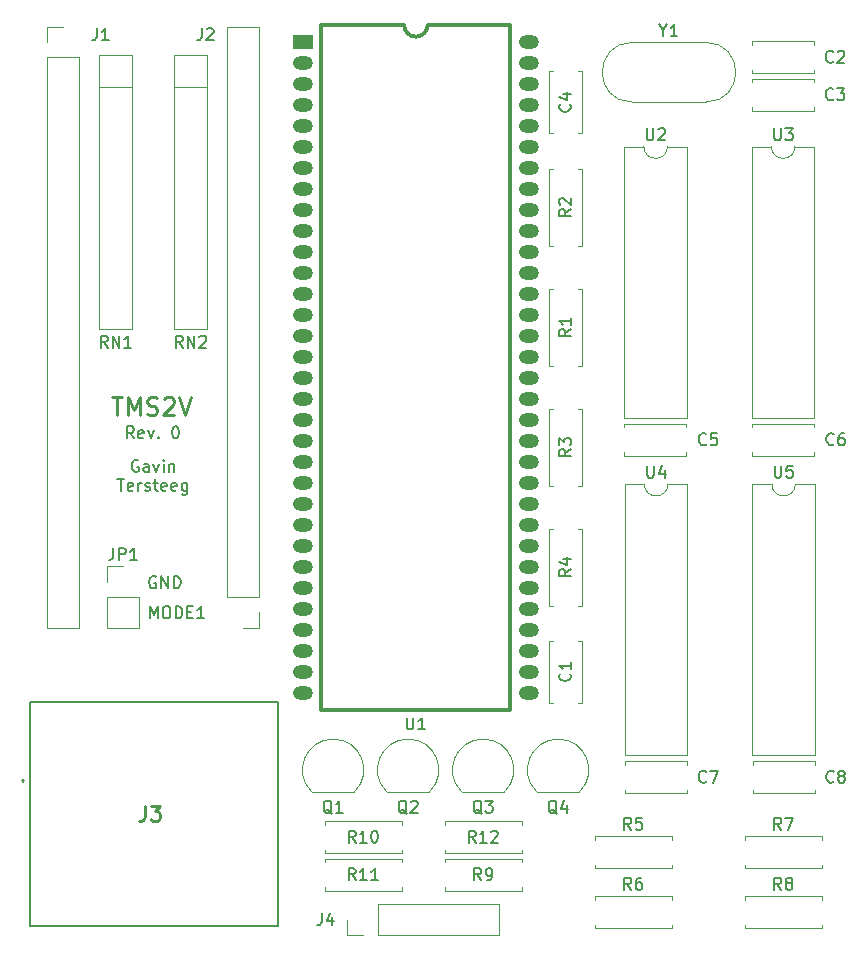
<source format=gbr>
%TF.GenerationSoftware,KiCad,Pcbnew,7.0.7*%
%TF.CreationDate,2024-08-07T00:19:30-05:00*%
%TF.ProjectId,TMS2V,544d5332-562e-46b6-9963-61645f706362,rev?*%
%TF.SameCoordinates,Original*%
%TF.FileFunction,Legend,Top*%
%TF.FilePolarity,Positive*%
%FSLAX46Y46*%
G04 Gerber Fmt 4.6, Leading zero omitted, Abs format (unit mm)*
G04 Created by KiCad (PCBNEW 7.0.7) date 2024-08-07 00:19:30*
%MOMM*%
%LPD*%
G01*
G04 APERTURE LIST*
%ADD10C,0.150000*%
%ADD11C,0.250000*%
%ADD12C,0.254000*%
%ADD13C,0.300000*%
%ADD14C,0.120000*%
%ADD15C,0.200000*%
%ADD16R,1.700000X1.200000*%
%ADD17O,1.700000X1.200000*%
G04 APERTURE END LIST*
D10*
X130400588Y-120837438D02*
X130305350Y-120789819D01*
X130305350Y-120789819D02*
X130162493Y-120789819D01*
X130162493Y-120789819D02*
X130019636Y-120837438D01*
X130019636Y-120837438D02*
X129924398Y-120932676D01*
X129924398Y-120932676D02*
X129876779Y-121027914D01*
X129876779Y-121027914D02*
X129829160Y-121218390D01*
X129829160Y-121218390D02*
X129829160Y-121361247D01*
X129829160Y-121361247D02*
X129876779Y-121551723D01*
X129876779Y-121551723D02*
X129924398Y-121646961D01*
X129924398Y-121646961D02*
X130019636Y-121742200D01*
X130019636Y-121742200D02*
X130162493Y-121789819D01*
X130162493Y-121789819D02*
X130257731Y-121789819D01*
X130257731Y-121789819D02*
X130400588Y-121742200D01*
X130400588Y-121742200D02*
X130448207Y-121694580D01*
X130448207Y-121694580D02*
X130448207Y-121361247D01*
X130448207Y-121361247D02*
X130257731Y-121361247D01*
X130876779Y-121789819D02*
X130876779Y-120789819D01*
X130876779Y-120789819D02*
X131448207Y-121789819D01*
X131448207Y-121789819D02*
X131448207Y-120789819D01*
X131924398Y-121789819D02*
X131924398Y-120789819D01*
X131924398Y-120789819D02*
X132162493Y-120789819D01*
X132162493Y-120789819D02*
X132305350Y-120837438D01*
X132305350Y-120837438D02*
X132400588Y-120932676D01*
X132400588Y-120932676D02*
X132448207Y-121027914D01*
X132448207Y-121027914D02*
X132495826Y-121218390D01*
X132495826Y-121218390D02*
X132495826Y-121361247D01*
X132495826Y-121361247D02*
X132448207Y-121551723D01*
X132448207Y-121551723D02*
X132400588Y-121646961D01*
X132400588Y-121646961D02*
X132305350Y-121742200D01*
X132305350Y-121742200D02*
X132162493Y-121789819D01*
X132162493Y-121789819D02*
X131924398Y-121789819D01*
X129876779Y-124329819D02*
X129876779Y-123329819D01*
X129876779Y-123329819D02*
X130210112Y-124044104D01*
X130210112Y-124044104D02*
X130543445Y-123329819D01*
X130543445Y-123329819D02*
X130543445Y-124329819D01*
X131210112Y-123329819D02*
X131400588Y-123329819D01*
X131400588Y-123329819D02*
X131495826Y-123377438D01*
X131495826Y-123377438D02*
X131591064Y-123472676D01*
X131591064Y-123472676D02*
X131638683Y-123663152D01*
X131638683Y-123663152D02*
X131638683Y-123996485D01*
X131638683Y-123996485D02*
X131591064Y-124186961D01*
X131591064Y-124186961D02*
X131495826Y-124282200D01*
X131495826Y-124282200D02*
X131400588Y-124329819D01*
X131400588Y-124329819D02*
X131210112Y-124329819D01*
X131210112Y-124329819D02*
X131114874Y-124282200D01*
X131114874Y-124282200D02*
X131019636Y-124186961D01*
X131019636Y-124186961D02*
X130972017Y-123996485D01*
X130972017Y-123996485D02*
X130972017Y-123663152D01*
X130972017Y-123663152D02*
X131019636Y-123472676D01*
X131019636Y-123472676D02*
X131114874Y-123377438D01*
X131114874Y-123377438D02*
X131210112Y-123329819D01*
X132067255Y-124329819D02*
X132067255Y-123329819D01*
X132067255Y-123329819D02*
X132305350Y-123329819D01*
X132305350Y-123329819D02*
X132448207Y-123377438D01*
X132448207Y-123377438D02*
X132543445Y-123472676D01*
X132543445Y-123472676D02*
X132591064Y-123567914D01*
X132591064Y-123567914D02*
X132638683Y-123758390D01*
X132638683Y-123758390D02*
X132638683Y-123901247D01*
X132638683Y-123901247D02*
X132591064Y-124091723D01*
X132591064Y-124091723D02*
X132543445Y-124186961D01*
X132543445Y-124186961D02*
X132448207Y-124282200D01*
X132448207Y-124282200D02*
X132305350Y-124329819D01*
X132305350Y-124329819D02*
X132067255Y-124329819D01*
X133067255Y-123806009D02*
X133400588Y-123806009D01*
X133543445Y-124329819D02*
X133067255Y-124329819D01*
X133067255Y-124329819D02*
X133067255Y-123329819D01*
X133067255Y-123329819D02*
X133543445Y-123329819D01*
X134495826Y-124329819D02*
X133924398Y-124329819D01*
X134210112Y-124329819D02*
X134210112Y-123329819D01*
X134210112Y-123329819D02*
X134114874Y-123472676D01*
X134114874Y-123472676D02*
X134019636Y-123567914D01*
X134019636Y-123567914D02*
X133924398Y-123615533D01*
X128913095Y-110972438D02*
X128817857Y-110924819D01*
X128817857Y-110924819D02*
X128675000Y-110924819D01*
X128675000Y-110924819D02*
X128532143Y-110972438D01*
X128532143Y-110972438D02*
X128436905Y-111067676D01*
X128436905Y-111067676D02*
X128389286Y-111162914D01*
X128389286Y-111162914D02*
X128341667Y-111353390D01*
X128341667Y-111353390D02*
X128341667Y-111496247D01*
X128341667Y-111496247D02*
X128389286Y-111686723D01*
X128389286Y-111686723D02*
X128436905Y-111781961D01*
X128436905Y-111781961D02*
X128532143Y-111877200D01*
X128532143Y-111877200D02*
X128675000Y-111924819D01*
X128675000Y-111924819D02*
X128770238Y-111924819D01*
X128770238Y-111924819D02*
X128913095Y-111877200D01*
X128913095Y-111877200D02*
X128960714Y-111829580D01*
X128960714Y-111829580D02*
X128960714Y-111496247D01*
X128960714Y-111496247D02*
X128770238Y-111496247D01*
X129817857Y-111924819D02*
X129817857Y-111401009D01*
X129817857Y-111401009D02*
X129770238Y-111305771D01*
X129770238Y-111305771D02*
X129675000Y-111258152D01*
X129675000Y-111258152D02*
X129484524Y-111258152D01*
X129484524Y-111258152D02*
X129389286Y-111305771D01*
X129817857Y-111877200D02*
X129722619Y-111924819D01*
X129722619Y-111924819D02*
X129484524Y-111924819D01*
X129484524Y-111924819D02*
X129389286Y-111877200D01*
X129389286Y-111877200D02*
X129341667Y-111781961D01*
X129341667Y-111781961D02*
X129341667Y-111686723D01*
X129341667Y-111686723D02*
X129389286Y-111591485D01*
X129389286Y-111591485D02*
X129484524Y-111543866D01*
X129484524Y-111543866D02*
X129722619Y-111543866D01*
X129722619Y-111543866D02*
X129817857Y-111496247D01*
X130198810Y-111258152D02*
X130436905Y-111924819D01*
X130436905Y-111924819D02*
X130675000Y-111258152D01*
X131055953Y-111924819D02*
X131055953Y-111258152D01*
X131055953Y-110924819D02*
X131008334Y-110972438D01*
X131008334Y-110972438D02*
X131055953Y-111020057D01*
X131055953Y-111020057D02*
X131103572Y-110972438D01*
X131103572Y-110972438D02*
X131055953Y-110924819D01*
X131055953Y-110924819D02*
X131055953Y-111020057D01*
X131532143Y-111258152D02*
X131532143Y-111924819D01*
X131532143Y-111353390D02*
X131579762Y-111305771D01*
X131579762Y-111305771D02*
X131675000Y-111258152D01*
X131675000Y-111258152D02*
X131817857Y-111258152D01*
X131817857Y-111258152D02*
X131913095Y-111305771D01*
X131913095Y-111305771D02*
X131960714Y-111401009D01*
X131960714Y-111401009D02*
X131960714Y-111924819D01*
X127151190Y-112534819D02*
X127722618Y-112534819D01*
X127436904Y-113534819D02*
X127436904Y-112534819D01*
X128436904Y-113487200D02*
X128341666Y-113534819D01*
X128341666Y-113534819D02*
X128151190Y-113534819D01*
X128151190Y-113534819D02*
X128055952Y-113487200D01*
X128055952Y-113487200D02*
X128008333Y-113391961D01*
X128008333Y-113391961D02*
X128008333Y-113011009D01*
X128008333Y-113011009D02*
X128055952Y-112915771D01*
X128055952Y-112915771D02*
X128151190Y-112868152D01*
X128151190Y-112868152D02*
X128341666Y-112868152D01*
X128341666Y-112868152D02*
X128436904Y-112915771D01*
X128436904Y-112915771D02*
X128484523Y-113011009D01*
X128484523Y-113011009D02*
X128484523Y-113106247D01*
X128484523Y-113106247D02*
X128008333Y-113201485D01*
X128913095Y-113534819D02*
X128913095Y-112868152D01*
X128913095Y-113058628D02*
X128960714Y-112963390D01*
X128960714Y-112963390D02*
X129008333Y-112915771D01*
X129008333Y-112915771D02*
X129103571Y-112868152D01*
X129103571Y-112868152D02*
X129198809Y-112868152D01*
X129484524Y-113487200D02*
X129579762Y-113534819D01*
X129579762Y-113534819D02*
X129770238Y-113534819D01*
X129770238Y-113534819D02*
X129865476Y-113487200D01*
X129865476Y-113487200D02*
X129913095Y-113391961D01*
X129913095Y-113391961D02*
X129913095Y-113344342D01*
X129913095Y-113344342D02*
X129865476Y-113249104D01*
X129865476Y-113249104D02*
X129770238Y-113201485D01*
X129770238Y-113201485D02*
X129627381Y-113201485D01*
X129627381Y-113201485D02*
X129532143Y-113153866D01*
X129532143Y-113153866D02*
X129484524Y-113058628D01*
X129484524Y-113058628D02*
X129484524Y-113011009D01*
X129484524Y-113011009D02*
X129532143Y-112915771D01*
X129532143Y-112915771D02*
X129627381Y-112868152D01*
X129627381Y-112868152D02*
X129770238Y-112868152D01*
X129770238Y-112868152D02*
X129865476Y-112915771D01*
X130198810Y-112868152D02*
X130579762Y-112868152D01*
X130341667Y-112534819D02*
X130341667Y-113391961D01*
X130341667Y-113391961D02*
X130389286Y-113487200D01*
X130389286Y-113487200D02*
X130484524Y-113534819D01*
X130484524Y-113534819D02*
X130579762Y-113534819D01*
X131294048Y-113487200D02*
X131198810Y-113534819D01*
X131198810Y-113534819D02*
X131008334Y-113534819D01*
X131008334Y-113534819D02*
X130913096Y-113487200D01*
X130913096Y-113487200D02*
X130865477Y-113391961D01*
X130865477Y-113391961D02*
X130865477Y-113011009D01*
X130865477Y-113011009D02*
X130913096Y-112915771D01*
X130913096Y-112915771D02*
X131008334Y-112868152D01*
X131008334Y-112868152D02*
X131198810Y-112868152D01*
X131198810Y-112868152D02*
X131294048Y-112915771D01*
X131294048Y-112915771D02*
X131341667Y-113011009D01*
X131341667Y-113011009D02*
X131341667Y-113106247D01*
X131341667Y-113106247D02*
X130865477Y-113201485D01*
X132151191Y-113487200D02*
X132055953Y-113534819D01*
X132055953Y-113534819D02*
X131865477Y-113534819D01*
X131865477Y-113534819D02*
X131770239Y-113487200D01*
X131770239Y-113487200D02*
X131722620Y-113391961D01*
X131722620Y-113391961D02*
X131722620Y-113011009D01*
X131722620Y-113011009D02*
X131770239Y-112915771D01*
X131770239Y-112915771D02*
X131865477Y-112868152D01*
X131865477Y-112868152D02*
X132055953Y-112868152D01*
X132055953Y-112868152D02*
X132151191Y-112915771D01*
X132151191Y-112915771D02*
X132198810Y-113011009D01*
X132198810Y-113011009D02*
X132198810Y-113106247D01*
X132198810Y-113106247D02*
X131722620Y-113201485D01*
X133055953Y-112868152D02*
X133055953Y-113677676D01*
X133055953Y-113677676D02*
X133008334Y-113772914D01*
X133008334Y-113772914D02*
X132960715Y-113820533D01*
X132960715Y-113820533D02*
X132865477Y-113868152D01*
X132865477Y-113868152D02*
X132722620Y-113868152D01*
X132722620Y-113868152D02*
X132627382Y-113820533D01*
X133055953Y-113487200D02*
X132960715Y-113534819D01*
X132960715Y-113534819D02*
X132770239Y-113534819D01*
X132770239Y-113534819D02*
X132675001Y-113487200D01*
X132675001Y-113487200D02*
X132627382Y-113439580D01*
X132627382Y-113439580D02*
X132579763Y-113344342D01*
X132579763Y-113344342D02*
X132579763Y-113058628D01*
X132579763Y-113058628D02*
X132627382Y-112963390D01*
X132627382Y-112963390D02*
X132675001Y-112915771D01*
X132675001Y-112915771D02*
X132770239Y-112868152D01*
X132770239Y-112868152D02*
X132960715Y-112868152D01*
X132960715Y-112868152D02*
X133055953Y-112915771D01*
X128543207Y-109089819D02*
X128209874Y-108613628D01*
X127971779Y-109089819D02*
X127971779Y-108089819D01*
X127971779Y-108089819D02*
X128352731Y-108089819D01*
X128352731Y-108089819D02*
X128447969Y-108137438D01*
X128447969Y-108137438D02*
X128495588Y-108185057D01*
X128495588Y-108185057D02*
X128543207Y-108280295D01*
X128543207Y-108280295D02*
X128543207Y-108423152D01*
X128543207Y-108423152D02*
X128495588Y-108518390D01*
X128495588Y-108518390D02*
X128447969Y-108566009D01*
X128447969Y-108566009D02*
X128352731Y-108613628D01*
X128352731Y-108613628D02*
X127971779Y-108613628D01*
X129352731Y-109042200D02*
X129257493Y-109089819D01*
X129257493Y-109089819D02*
X129067017Y-109089819D01*
X129067017Y-109089819D02*
X128971779Y-109042200D01*
X128971779Y-109042200D02*
X128924160Y-108946961D01*
X128924160Y-108946961D02*
X128924160Y-108566009D01*
X128924160Y-108566009D02*
X128971779Y-108470771D01*
X128971779Y-108470771D02*
X129067017Y-108423152D01*
X129067017Y-108423152D02*
X129257493Y-108423152D01*
X129257493Y-108423152D02*
X129352731Y-108470771D01*
X129352731Y-108470771D02*
X129400350Y-108566009D01*
X129400350Y-108566009D02*
X129400350Y-108661247D01*
X129400350Y-108661247D02*
X128924160Y-108756485D01*
X129733684Y-108423152D02*
X129971779Y-109089819D01*
X129971779Y-109089819D02*
X130209874Y-108423152D01*
X130590827Y-108994580D02*
X130638446Y-109042200D01*
X130638446Y-109042200D02*
X130590827Y-109089819D01*
X130590827Y-109089819D02*
X130543208Y-109042200D01*
X130543208Y-109042200D02*
X130590827Y-108994580D01*
X130590827Y-108994580D02*
X130590827Y-109089819D01*
X132019398Y-108089819D02*
X132114636Y-108089819D01*
X132114636Y-108089819D02*
X132209874Y-108137438D01*
X132209874Y-108137438D02*
X132257493Y-108185057D01*
X132257493Y-108185057D02*
X132305112Y-108280295D01*
X132305112Y-108280295D02*
X132352731Y-108470771D01*
X132352731Y-108470771D02*
X132352731Y-108708866D01*
X132352731Y-108708866D02*
X132305112Y-108899342D01*
X132305112Y-108899342D02*
X132257493Y-108994580D01*
X132257493Y-108994580D02*
X132209874Y-109042200D01*
X132209874Y-109042200D02*
X132114636Y-109089819D01*
X132114636Y-109089819D02*
X132019398Y-109089819D01*
X132019398Y-109089819D02*
X131924160Y-109042200D01*
X131924160Y-109042200D02*
X131876541Y-108994580D01*
X131876541Y-108994580D02*
X131828922Y-108899342D01*
X131828922Y-108899342D02*
X131781303Y-108708866D01*
X131781303Y-108708866D02*
X131781303Y-108470771D01*
X131781303Y-108470771D02*
X131828922Y-108280295D01*
X131828922Y-108280295D02*
X131876541Y-108185057D01*
X131876541Y-108185057D02*
X131924160Y-108137438D01*
X131924160Y-108137438D02*
X132019398Y-108089819D01*
D11*
X126672330Y-105618428D02*
X127529473Y-105618428D01*
X127100901Y-107118428D02*
X127100901Y-105618428D01*
X128029472Y-107118428D02*
X128029472Y-105618428D01*
X128029472Y-105618428D02*
X128529472Y-106689857D01*
X128529472Y-106689857D02*
X129029472Y-105618428D01*
X129029472Y-105618428D02*
X129029472Y-107118428D01*
X129672330Y-107047000D02*
X129886616Y-107118428D01*
X129886616Y-107118428D02*
X130243758Y-107118428D01*
X130243758Y-107118428D02*
X130386616Y-107047000D01*
X130386616Y-107047000D02*
X130458044Y-106975571D01*
X130458044Y-106975571D02*
X130529473Y-106832714D01*
X130529473Y-106832714D02*
X130529473Y-106689857D01*
X130529473Y-106689857D02*
X130458044Y-106547000D01*
X130458044Y-106547000D02*
X130386616Y-106475571D01*
X130386616Y-106475571D02*
X130243758Y-106404142D01*
X130243758Y-106404142D02*
X129958044Y-106332714D01*
X129958044Y-106332714D02*
X129815187Y-106261285D01*
X129815187Y-106261285D02*
X129743758Y-106189857D01*
X129743758Y-106189857D02*
X129672330Y-106047000D01*
X129672330Y-106047000D02*
X129672330Y-105904142D01*
X129672330Y-105904142D02*
X129743758Y-105761285D01*
X129743758Y-105761285D02*
X129815187Y-105689857D01*
X129815187Y-105689857D02*
X129958044Y-105618428D01*
X129958044Y-105618428D02*
X130315187Y-105618428D01*
X130315187Y-105618428D02*
X130529473Y-105689857D01*
X131100901Y-105761285D02*
X131172329Y-105689857D01*
X131172329Y-105689857D02*
X131315187Y-105618428D01*
X131315187Y-105618428D02*
X131672329Y-105618428D01*
X131672329Y-105618428D02*
X131815187Y-105689857D01*
X131815187Y-105689857D02*
X131886615Y-105761285D01*
X131886615Y-105761285D02*
X131958044Y-105904142D01*
X131958044Y-105904142D02*
X131958044Y-106047000D01*
X131958044Y-106047000D02*
X131886615Y-106261285D01*
X131886615Y-106261285D02*
X131029472Y-107118428D01*
X131029472Y-107118428D02*
X131958044Y-107118428D01*
X132386615Y-105618428D02*
X132886615Y-107118428D01*
X132886615Y-107118428D02*
X133386615Y-105618428D01*
D10*
X151638095Y-132744819D02*
X151638095Y-133554342D01*
X151638095Y-133554342D02*
X151685714Y-133649580D01*
X151685714Y-133649580D02*
X151733333Y-133697200D01*
X151733333Y-133697200D02*
X151828571Y-133744819D01*
X151828571Y-133744819D02*
X152019047Y-133744819D01*
X152019047Y-133744819D02*
X152114285Y-133697200D01*
X152114285Y-133697200D02*
X152161904Y-133649580D01*
X152161904Y-133649580D02*
X152209523Y-133554342D01*
X152209523Y-133554342D02*
X152209523Y-132744819D01*
X153209523Y-133744819D02*
X152638095Y-133744819D01*
X152923809Y-133744819D02*
X152923809Y-132744819D01*
X152923809Y-132744819D02*
X152828571Y-132887676D01*
X152828571Y-132887676D02*
X152733333Y-132982914D01*
X152733333Y-132982914D02*
X152638095Y-133030533D01*
X176998333Y-138154580D02*
X176950714Y-138202200D01*
X176950714Y-138202200D02*
X176807857Y-138249819D01*
X176807857Y-138249819D02*
X176712619Y-138249819D01*
X176712619Y-138249819D02*
X176569762Y-138202200D01*
X176569762Y-138202200D02*
X176474524Y-138106961D01*
X176474524Y-138106961D02*
X176426905Y-138011723D01*
X176426905Y-138011723D02*
X176379286Y-137821247D01*
X176379286Y-137821247D02*
X176379286Y-137678390D01*
X176379286Y-137678390D02*
X176426905Y-137487914D01*
X176426905Y-137487914D02*
X176474524Y-137392676D01*
X176474524Y-137392676D02*
X176569762Y-137297438D01*
X176569762Y-137297438D02*
X176712619Y-137249819D01*
X176712619Y-137249819D02*
X176807857Y-137249819D01*
X176807857Y-137249819D02*
X176950714Y-137297438D01*
X176950714Y-137297438D02*
X176998333Y-137345057D01*
X177331667Y-137249819D02*
X177998333Y-137249819D01*
X177998333Y-137249819D02*
X177569762Y-138249819D01*
X165459580Y-129031666D02*
X165507200Y-129079285D01*
X165507200Y-129079285D02*
X165554819Y-129222142D01*
X165554819Y-129222142D02*
X165554819Y-129317380D01*
X165554819Y-129317380D02*
X165507200Y-129460237D01*
X165507200Y-129460237D02*
X165411961Y-129555475D01*
X165411961Y-129555475D02*
X165316723Y-129603094D01*
X165316723Y-129603094D02*
X165126247Y-129650713D01*
X165126247Y-129650713D02*
X164983390Y-129650713D01*
X164983390Y-129650713D02*
X164792914Y-129603094D01*
X164792914Y-129603094D02*
X164697676Y-129555475D01*
X164697676Y-129555475D02*
X164602438Y-129460237D01*
X164602438Y-129460237D02*
X164554819Y-129317380D01*
X164554819Y-129317380D02*
X164554819Y-129222142D01*
X164554819Y-129222142D02*
X164602438Y-129079285D01*
X164602438Y-129079285D02*
X164650057Y-129031666D01*
X165554819Y-128079285D02*
X165554819Y-128650713D01*
X165554819Y-128364999D02*
X164554819Y-128364999D01*
X164554819Y-128364999D02*
X164697676Y-128460237D01*
X164697676Y-128460237D02*
X164792914Y-128555475D01*
X164792914Y-128555475D02*
X164840533Y-128650713D01*
X187793333Y-109579580D02*
X187745714Y-109627200D01*
X187745714Y-109627200D02*
X187602857Y-109674819D01*
X187602857Y-109674819D02*
X187507619Y-109674819D01*
X187507619Y-109674819D02*
X187364762Y-109627200D01*
X187364762Y-109627200D02*
X187269524Y-109531961D01*
X187269524Y-109531961D02*
X187221905Y-109436723D01*
X187221905Y-109436723D02*
X187174286Y-109246247D01*
X187174286Y-109246247D02*
X187174286Y-109103390D01*
X187174286Y-109103390D02*
X187221905Y-108912914D01*
X187221905Y-108912914D02*
X187269524Y-108817676D01*
X187269524Y-108817676D02*
X187364762Y-108722438D01*
X187364762Y-108722438D02*
X187507619Y-108674819D01*
X187507619Y-108674819D02*
X187602857Y-108674819D01*
X187602857Y-108674819D02*
X187745714Y-108722438D01*
X187745714Y-108722438D02*
X187793333Y-108770057D01*
X188650476Y-108674819D02*
X188460000Y-108674819D01*
X188460000Y-108674819D02*
X188364762Y-108722438D01*
X188364762Y-108722438D02*
X188317143Y-108770057D01*
X188317143Y-108770057D02*
X188221905Y-108912914D01*
X188221905Y-108912914D02*
X188174286Y-109103390D01*
X188174286Y-109103390D02*
X188174286Y-109484342D01*
X188174286Y-109484342D02*
X188221905Y-109579580D01*
X188221905Y-109579580D02*
X188269524Y-109627200D01*
X188269524Y-109627200D02*
X188364762Y-109674819D01*
X188364762Y-109674819D02*
X188555238Y-109674819D01*
X188555238Y-109674819D02*
X188650476Y-109627200D01*
X188650476Y-109627200D02*
X188698095Y-109579580D01*
X188698095Y-109579580D02*
X188745714Y-109484342D01*
X188745714Y-109484342D02*
X188745714Y-109246247D01*
X188745714Y-109246247D02*
X188698095Y-109151009D01*
X188698095Y-109151009D02*
X188650476Y-109103390D01*
X188650476Y-109103390D02*
X188555238Y-109055771D01*
X188555238Y-109055771D02*
X188364762Y-109055771D01*
X188364762Y-109055771D02*
X188269524Y-109103390D01*
X188269524Y-109103390D02*
X188221905Y-109151009D01*
X188221905Y-109151009D02*
X188174286Y-109246247D01*
X170648333Y-142229819D02*
X170315000Y-141753628D01*
X170076905Y-142229819D02*
X170076905Y-141229819D01*
X170076905Y-141229819D02*
X170457857Y-141229819D01*
X170457857Y-141229819D02*
X170553095Y-141277438D01*
X170553095Y-141277438D02*
X170600714Y-141325057D01*
X170600714Y-141325057D02*
X170648333Y-141420295D01*
X170648333Y-141420295D02*
X170648333Y-141563152D01*
X170648333Y-141563152D02*
X170600714Y-141658390D01*
X170600714Y-141658390D02*
X170553095Y-141706009D01*
X170553095Y-141706009D02*
X170457857Y-141753628D01*
X170457857Y-141753628D02*
X170076905Y-141753628D01*
X171553095Y-141229819D02*
X171076905Y-141229819D01*
X171076905Y-141229819D02*
X171029286Y-141706009D01*
X171029286Y-141706009D02*
X171076905Y-141658390D01*
X171076905Y-141658390D02*
X171172143Y-141610771D01*
X171172143Y-141610771D02*
X171410238Y-141610771D01*
X171410238Y-141610771D02*
X171505476Y-141658390D01*
X171505476Y-141658390D02*
X171553095Y-141706009D01*
X171553095Y-141706009D02*
X171600714Y-141801247D01*
X171600714Y-141801247D02*
X171600714Y-142039342D01*
X171600714Y-142039342D02*
X171553095Y-142134580D01*
X171553095Y-142134580D02*
X171505476Y-142182200D01*
X171505476Y-142182200D02*
X171410238Y-142229819D01*
X171410238Y-142229819D02*
X171172143Y-142229819D01*
X171172143Y-142229819D02*
X171076905Y-142182200D01*
X171076905Y-142182200D02*
X171029286Y-142134580D01*
X164369761Y-140885057D02*
X164274523Y-140837438D01*
X164274523Y-140837438D02*
X164179285Y-140742200D01*
X164179285Y-140742200D02*
X164036428Y-140599342D01*
X164036428Y-140599342D02*
X163941190Y-140551723D01*
X163941190Y-140551723D02*
X163845952Y-140551723D01*
X163893571Y-140789819D02*
X163798333Y-140742200D01*
X163798333Y-140742200D02*
X163703095Y-140646961D01*
X163703095Y-140646961D02*
X163655476Y-140456485D01*
X163655476Y-140456485D02*
X163655476Y-140123152D01*
X163655476Y-140123152D02*
X163703095Y-139932676D01*
X163703095Y-139932676D02*
X163798333Y-139837438D01*
X163798333Y-139837438D02*
X163893571Y-139789819D01*
X163893571Y-139789819D02*
X164084047Y-139789819D01*
X164084047Y-139789819D02*
X164179285Y-139837438D01*
X164179285Y-139837438D02*
X164274523Y-139932676D01*
X164274523Y-139932676D02*
X164322142Y-140123152D01*
X164322142Y-140123152D02*
X164322142Y-140456485D01*
X164322142Y-140456485D02*
X164274523Y-140646961D01*
X164274523Y-140646961D02*
X164179285Y-140742200D01*
X164179285Y-140742200D02*
X164084047Y-140789819D01*
X164084047Y-140789819D02*
X163893571Y-140789819D01*
X165179285Y-140123152D02*
X165179285Y-140789819D01*
X164941190Y-139742200D02*
X164703095Y-140456485D01*
X164703095Y-140456485D02*
X165322142Y-140456485D01*
X176998333Y-109579580D02*
X176950714Y-109627200D01*
X176950714Y-109627200D02*
X176807857Y-109674819D01*
X176807857Y-109674819D02*
X176712619Y-109674819D01*
X176712619Y-109674819D02*
X176569762Y-109627200D01*
X176569762Y-109627200D02*
X176474524Y-109531961D01*
X176474524Y-109531961D02*
X176426905Y-109436723D01*
X176426905Y-109436723D02*
X176379286Y-109246247D01*
X176379286Y-109246247D02*
X176379286Y-109103390D01*
X176379286Y-109103390D02*
X176426905Y-108912914D01*
X176426905Y-108912914D02*
X176474524Y-108817676D01*
X176474524Y-108817676D02*
X176569762Y-108722438D01*
X176569762Y-108722438D02*
X176712619Y-108674819D01*
X176712619Y-108674819D02*
X176807857Y-108674819D01*
X176807857Y-108674819D02*
X176950714Y-108722438D01*
X176950714Y-108722438D02*
X176998333Y-108770057D01*
X177903095Y-108674819D02*
X177426905Y-108674819D01*
X177426905Y-108674819D02*
X177379286Y-109151009D01*
X177379286Y-109151009D02*
X177426905Y-109103390D01*
X177426905Y-109103390D02*
X177522143Y-109055771D01*
X177522143Y-109055771D02*
X177760238Y-109055771D01*
X177760238Y-109055771D02*
X177855476Y-109103390D01*
X177855476Y-109103390D02*
X177903095Y-109151009D01*
X177903095Y-109151009D02*
X177950714Y-109246247D01*
X177950714Y-109246247D02*
X177950714Y-109484342D01*
X177950714Y-109484342D02*
X177903095Y-109579580D01*
X177903095Y-109579580D02*
X177855476Y-109627200D01*
X177855476Y-109627200D02*
X177760238Y-109674819D01*
X177760238Y-109674819D02*
X177522143Y-109674819D01*
X177522143Y-109674819D02*
X177426905Y-109627200D01*
X177426905Y-109627200D02*
X177379286Y-109579580D01*
X182793095Y-111424819D02*
X182793095Y-112234342D01*
X182793095Y-112234342D02*
X182840714Y-112329580D01*
X182840714Y-112329580D02*
X182888333Y-112377200D01*
X182888333Y-112377200D02*
X182983571Y-112424819D01*
X182983571Y-112424819D02*
X183174047Y-112424819D01*
X183174047Y-112424819D02*
X183269285Y-112377200D01*
X183269285Y-112377200D02*
X183316904Y-112329580D01*
X183316904Y-112329580D02*
X183364523Y-112234342D01*
X183364523Y-112234342D02*
X183364523Y-111424819D01*
X184316904Y-111424819D02*
X183840714Y-111424819D01*
X183840714Y-111424819D02*
X183793095Y-111901009D01*
X183793095Y-111901009D02*
X183840714Y-111853390D01*
X183840714Y-111853390D02*
X183935952Y-111805771D01*
X183935952Y-111805771D02*
X184174047Y-111805771D01*
X184174047Y-111805771D02*
X184269285Y-111853390D01*
X184269285Y-111853390D02*
X184316904Y-111901009D01*
X184316904Y-111901009D02*
X184364523Y-111996247D01*
X184364523Y-111996247D02*
X184364523Y-112234342D01*
X184364523Y-112234342D02*
X184316904Y-112329580D01*
X184316904Y-112329580D02*
X184269285Y-112377200D01*
X184269285Y-112377200D02*
X184174047Y-112424819D01*
X184174047Y-112424819D02*
X183935952Y-112424819D01*
X183935952Y-112424819D02*
X183840714Y-112377200D01*
X183840714Y-112377200D02*
X183793095Y-112329580D01*
D12*
X129481667Y-140209318D02*
X129481667Y-141116461D01*
X129481667Y-141116461D02*
X129421190Y-141297889D01*
X129421190Y-141297889D02*
X129300238Y-141418842D01*
X129300238Y-141418842D02*
X129118809Y-141479318D01*
X129118809Y-141479318D02*
X128997857Y-141479318D01*
X129965476Y-140209318D02*
X130751667Y-140209318D01*
X130751667Y-140209318D02*
X130328333Y-140693127D01*
X130328333Y-140693127D02*
X130509762Y-140693127D01*
X130509762Y-140693127D02*
X130630714Y-140753603D01*
X130630714Y-140753603D02*
X130691190Y-140814080D01*
X130691190Y-140814080D02*
X130751667Y-140935032D01*
X130751667Y-140935032D02*
X130751667Y-141237413D01*
X130751667Y-141237413D02*
X130691190Y-141358365D01*
X130691190Y-141358365D02*
X130630714Y-141418842D01*
X130630714Y-141418842D02*
X130509762Y-141479318D01*
X130509762Y-141479318D02*
X130146905Y-141479318D01*
X130146905Y-141479318D02*
X130025952Y-141418842D01*
X130025952Y-141418842D02*
X129965476Y-141358365D01*
D10*
X145319761Y-140885057D02*
X145224523Y-140837438D01*
X145224523Y-140837438D02*
X145129285Y-140742200D01*
X145129285Y-140742200D02*
X144986428Y-140599342D01*
X144986428Y-140599342D02*
X144891190Y-140551723D01*
X144891190Y-140551723D02*
X144795952Y-140551723D01*
X144843571Y-140789819D02*
X144748333Y-140742200D01*
X144748333Y-140742200D02*
X144653095Y-140646961D01*
X144653095Y-140646961D02*
X144605476Y-140456485D01*
X144605476Y-140456485D02*
X144605476Y-140123152D01*
X144605476Y-140123152D02*
X144653095Y-139932676D01*
X144653095Y-139932676D02*
X144748333Y-139837438D01*
X144748333Y-139837438D02*
X144843571Y-139789819D01*
X144843571Y-139789819D02*
X145034047Y-139789819D01*
X145034047Y-139789819D02*
X145129285Y-139837438D01*
X145129285Y-139837438D02*
X145224523Y-139932676D01*
X145224523Y-139932676D02*
X145272142Y-140123152D01*
X145272142Y-140123152D02*
X145272142Y-140456485D01*
X145272142Y-140456485D02*
X145224523Y-140646961D01*
X145224523Y-140646961D02*
X145129285Y-140742200D01*
X145129285Y-140742200D02*
X145034047Y-140789819D01*
X145034047Y-140789819D02*
X144843571Y-140789819D01*
X146224523Y-140789819D02*
X145653095Y-140789819D01*
X145938809Y-140789819D02*
X145938809Y-139789819D01*
X145938809Y-139789819D02*
X145843571Y-139932676D01*
X145843571Y-139932676D02*
X145748333Y-140027914D01*
X145748333Y-140027914D02*
X145653095Y-140075533D01*
X157948333Y-146504819D02*
X157615000Y-146028628D01*
X157376905Y-146504819D02*
X157376905Y-145504819D01*
X157376905Y-145504819D02*
X157757857Y-145504819D01*
X157757857Y-145504819D02*
X157853095Y-145552438D01*
X157853095Y-145552438D02*
X157900714Y-145600057D01*
X157900714Y-145600057D02*
X157948333Y-145695295D01*
X157948333Y-145695295D02*
X157948333Y-145838152D01*
X157948333Y-145838152D02*
X157900714Y-145933390D01*
X157900714Y-145933390D02*
X157853095Y-145981009D01*
X157853095Y-145981009D02*
X157757857Y-146028628D01*
X157757857Y-146028628D02*
X157376905Y-146028628D01*
X158424524Y-146504819D02*
X158615000Y-146504819D01*
X158615000Y-146504819D02*
X158710238Y-146457200D01*
X158710238Y-146457200D02*
X158757857Y-146409580D01*
X158757857Y-146409580D02*
X158853095Y-146266723D01*
X158853095Y-146266723D02*
X158900714Y-146076247D01*
X158900714Y-146076247D02*
X158900714Y-145695295D01*
X158900714Y-145695295D02*
X158853095Y-145600057D01*
X158853095Y-145600057D02*
X158805476Y-145552438D01*
X158805476Y-145552438D02*
X158710238Y-145504819D01*
X158710238Y-145504819D02*
X158519762Y-145504819D01*
X158519762Y-145504819D02*
X158424524Y-145552438D01*
X158424524Y-145552438D02*
X158376905Y-145600057D01*
X158376905Y-145600057D02*
X158329286Y-145695295D01*
X158329286Y-145695295D02*
X158329286Y-145933390D01*
X158329286Y-145933390D02*
X158376905Y-146028628D01*
X158376905Y-146028628D02*
X158424524Y-146076247D01*
X158424524Y-146076247D02*
X158519762Y-146123866D01*
X158519762Y-146123866D02*
X158710238Y-146123866D01*
X158710238Y-146123866D02*
X158805476Y-146076247D01*
X158805476Y-146076247D02*
X158853095Y-146028628D01*
X158853095Y-146028628D02*
X158900714Y-145933390D01*
X173373809Y-74558628D02*
X173373809Y-75034819D01*
X173040476Y-74034819D02*
X173373809Y-74558628D01*
X173373809Y-74558628D02*
X173707142Y-74034819D01*
X174564285Y-75034819D02*
X173992857Y-75034819D01*
X174278571Y-75034819D02*
X174278571Y-74034819D01*
X174278571Y-74034819D02*
X174183333Y-74177676D01*
X174183333Y-74177676D02*
X174088095Y-74272914D01*
X174088095Y-74272914D02*
X173992857Y-74320533D01*
X165554819Y-99861666D02*
X165078628Y-100194999D01*
X165554819Y-100433094D02*
X164554819Y-100433094D01*
X164554819Y-100433094D02*
X164554819Y-100052142D01*
X164554819Y-100052142D02*
X164602438Y-99956904D01*
X164602438Y-99956904D02*
X164650057Y-99909285D01*
X164650057Y-99909285D02*
X164745295Y-99861666D01*
X164745295Y-99861666D02*
X164888152Y-99861666D01*
X164888152Y-99861666D02*
X164983390Y-99909285D01*
X164983390Y-99909285D02*
X165031009Y-99956904D01*
X165031009Y-99956904D02*
X165078628Y-100052142D01*
X165078628Y-100052142D02*
X165078628Y-100433094D01*
X165554819Y-98909285D02*
X165554819Y-99480713D01*
X165554819Y-99194999D02*
X164554819Y-99194999D01*
X164554819Y-99194999D02*
X164697676Y-99290237D01*
X164697676Y-99290237D02*
X164792914Y-99385475D01*
X164792914Y-99385475D02*
X164840533Y-99480713D01*
X125396666Y-74384819D02*
X125396666Y-75099104D01*
X125396666Y-75099104D02*
X125349047Y-75241961D01*
X125349047Y-75241961D02*
X125253809Y-75337200D01*
X125253809Y-75337200D02*
X125110952Y-75384819D01*
X125110952Y-75384819D02*
X125015714Y-75384819D01*
X126396666Y-75384819D02*
X125825238Y-75384819D01*
X126110952Y-75384819D02*
X126110952Y-74384819D01*
X126110952Y-74384819D02*
X126015714Y-74527676D01*
X126015714Y-74527676D02*
X125920476Y-74622914D01*
X125920476Y-74622914D02*
X125825238Y-74670533D01*
X165554819Y-110021666D02*
X165078628Y-110354999D01*
X165554819Y-110593094D02*
X164554819Y-110593094D01*
X164554819Y-110593094D02*
X164554819Y-110212142D01*
X164554819Y-110212142D02*
X164602438Y-110116904D01*
X164602438Y-110116904D02*
X164650057Y-110069285D01*
X164650057Y-110069285D02*
X164745295Y-110021666D01*
X164745295Y-110021666D02*
X164888152Y-110021666D01*
X164888152Y-110021666D02*
X164983390Y-110069285D01*
X164983390Y-110069285D02*
X165031009Y-110116904D01*
X165031009Y-110116904D02*
X165078628Y-110212142D01*
X165078628Y-110212142D02*
X165078628Y-110593094D01*
X164554819Y-109688332D02*
X164554819Y-109069285D01*
X164554819Y-109069285D02*
X164935771Y-109402618D01*
X164935771Y-109402618D02*
X164935771Y-109259761D01*
X164935771Y-109259761D02*
X164983390Y-109164523D01*
X164983390Y-109164523D02*
X165031009Y-109116904D01*
X165031009Y-109116904D02*
X165126247Y-109069285D01*
X165126247Y-109069285D02*
X165364342Y-109069285D01*
X165364342Y-109069285D02*
X165459580Y-109116904D01*
X165459580Y-109116904D02*
X165507200Y-109164523D01*
X165507200Y-109164523D02*
X165554819Y-109259761D01*
X165554819Y-109259761D02*
X165554819Y-109545475D01*
X165554819Y-109545475D02*
X165507200Y-109640713D01*
X165507200Y-109640713D02*
X165459580Y-109688332D01*
X132659523Y-101419819D02*
X132326190Y-100943628D01*
X132088095Y-101419819D02*
X132088095Y-100419819D01*
X132088095Y-100419819D02*
X132469047Y-100419819D01*
X132469047Y-100419819D02*
X132564285Y-100467438D01*
X132564285Y-100467438D02*
X132611904Y-100515057D01*
X132611904Y-100515057D02*
X132659523Y-100610295D01*
X132659523Y-100610295D02*
X132659523Y-100753152D01*
X132659523Y-100753152D02*
X132611904Y-100848390D01*
X132611904Y-100848390D02*
X132564285Y-100896009D01*
X132564285Y-100896009D02*
X132469047Y-100943628D01*
X132469047Y-100943628D02*
X132088095Y-100943628D01*
X133088095Y-101419819D02*
X133088095Y-100419819D01*
X133088095Y-100419819D02*
X133659523Y-101419819D01*
X133659523Y-101419819D02*
X133659523Y-100419819D01*
X134088095Y-100515057D02*
X134135714Y-100467438D01*
X134135714Y-100467438D02*
X134230952Y-100419819D01*
X134230952Y-100419819D02*
X134469047Y-100419819D01*
X134469047Y-100419819D02*
X134564285Y-100467438D01*
X134564285Y-100467438D02*
X134611904Y-100515057D01*
X134611904Y-100515057D02*
X134659523Y-100610295D01*
X134659523Y-100610295D02*
X134659523Y-100705533D01*
X134659523Y-100705533D02*
X134611904Y-100848390D01*
X134611904Y-100848390D02*
X134040476Y-101419819D01*
X134040476Y-101419819D02*
X134659523Y-101419819D01*
X187753333Y-80369580D02*
X187705714Y-80417200D01*
X187705714Y-80417200D02*
X187562857Y-80464819D01*
X187562857Y-80464819D02*
X187467619Y-80464819D01*
X187467619Y-80464819D02*
X187324762Y-80417200D01*
X187324762Y-80417200D02*
X187229524Y-80321961D01*
X187229524Y-80321961D02*
X187181905Y-80226723D01*
X187181905Y-80226723D02*
X187134286Y-80036247D01*
X187134286Y-80036247D02*
X187134286Y-79893390D01*
X187134286Y-79893390D02*
X187181905Y-79702914D01*
X187181905Y-79702914D02*
X187229524Y-79607676D01*
X187229524Y-79607676D02*
X187324762Y-79512438D01*
X187324762Y-79512438D02*
X187467619Y-79464819D01*
X187467619Y-79464819D02*
X187562857Y-79464819D01*
X187562857Y-79464819D02*
X187705714Y-79512438D01*
X187705714Y-79512438D02*
X187753333Y-79560057D01*
X188086667Y-79464819D02*
X188705714Y-79464819D01*
X188705714Y-79464819D02*
X188372381Y-79845771D01*
X188372381Y-79845771D02*
X188515238Y-79845771D01*
X188515238Y-79845771D02*
X188610476Y-79893390D01*
X188610476Y-79893390D02*
X188658095Y-79941009D01*
X188658095Y-79941009D02*
X188705714Y-80036247D01*
X188705714Y-80036247D02*
X188705714Y-80274342D01*
X188705714Y-80274342D02*
X188658095Y-80369580D01*
X188658095Y-80369580D02*
X188610476Y-80417200D01*
X188610476Y-80417200D02*
X188515238Y-80464819D01*
X188515238Y-80464819D02*
X188229524Y-80464819D01*
X188229524Y-80464819D02*
X188134286Y-80417200D01*
X188134286Y-80417200D02*
X188086667Y-80369580D01*
X183348333Y-142229819D02*
X183015000Y-141753628D01*
X182776905Y-142229819D02*
X182776905Y-141229819D01*
X182776905Y-141229819D02*
X183157857Y-141229819D01*
X183157857Y-141229819D02*
X183253095Y-141277438D01*
X183253095Y-141277438D02*
X183300714Y-141325057D01*
X183300714Y-141325057D02*
X183348333Y-141420295D01*
X183348333Y-141420295D02*
X183348333Y-141563152D01*
X183348333Y-141563152D02*
X183300714Y-141658390D01*
X183300714Y-141658390D02*
X183253095Y-141706009D01*
X183253095Y-141706009D02*
X183157857Y-141753628D01*
X183157857Y-141753628D02*
X182776905Y-141753628D01*
X183681667Y-141229819D02*
X184348333Y-141229819D01*
X184348333Y-141229819D02*
X183919762Y-142229819D01*
X144446666Y-149314819D02*
X144446666Y-150029104D01*
X144446666Y-150029104D02*
X144399047Y-150171961D01*
X144399047Y-150171961D02*
X144303809Y-150267200D01*
X144303809Y-150267200D02*
X144160952Y-150314819D01*
X144160952Y-150314819D02*
X144065714Y-150314819D01*
X145351428Y-149648152D02*
X145351428Y-150314819D01*
X145113333Y-149267200D02*
X144875238Y-149981485D01*
X144875238Y-149981485D02*
X145494285Y-149981485D01*
X170648333Y-147309819D02*
X170315000Y-146833628D01*
X170076905Y-147309819D02*
X170076905Y-146309819D01*
X170076905Y-146309819D02*
X170457857Y-146309819D01*
X170457857Y-146309819D02*
X170553095Y-146357438D01*
X170553095Y-146357438D02*
X170600714Y-146405057D01*
X170600714Y-146405057D02*
X170648333Y-146500295D01*
X170648333Y-146500295D02*
X170648333Y-146643152D01*
X170648333Y-146643152D02*
X170600714Y-146738390D01*
X170600714Y-146738390D02*
X170553095Y-146786009D01*
X170553095Y-146786009D02*
X170457857Y-146833628D01*
X170457857Y-146833628D02*
X170076905Y-146833628D01*
X171505476Y-146309819D02*
X171315000Y-146309819D01*
X171315000Y-146309819D02*
X171219762Y-146357438D01*
X171219762Y-146357438D02*
X171172143Y-146405057D01*
X171172143Y-146405057D02*
X171076905Y-146547914D01*
X171076905Y-146547914D02*
X171029286Y-146738390D01*
X171029286Y-146738390D02*
X171029286Y-147119342D01*
X171029286Y-147119342D02*
X171076905Y-147214580D01*
X171076905Y-147214580D02*
X171124524Y-147262200D01*
X171124524Y-147262200D02*
X171219762Y-147309819D01*
X171219762Y-147309819D02*
X171410238Y-147309819D01*
X171410238Y-147309819D02*
X171505476Y-147262200D01*
X171505476Y-147262200D02*
X171553095Y-147214580D01*
X171553095Y-147214580D02*
X171600714Y-147119342D01*
X171600714Y-147119342D02*
X171600714Y-146881247D01*
X171600714Y-146881247D02*
X171553095Y-146786009D01*
X171553095Y-146786009D02*
X171505476Y-146738390D01*
X171505476Y-146738390D02*
X171410238Y-146690771D01*
X171410238Y-146690771D02*
X171219762Y-146690771D01*
X171219762Y-146690771D02*
X171124524Y-146738390D01*
X171124524Y-146738390D02*
X171076905Y-146786009D01*
X171076905Y-146786009D02*
X171029286Y-146881247D01*
X158019761Y-140885057D02*
X157924523Y-140837438D01*
X157924523Y-140837438D02*
X157829285Y-140742200D01*
X157829285Y-140742200D02*
X157686428Y-140599342D01*
X157686428Y-140599342D02*
X157591190Y-140551723D01*
X157591190Y-140551723D02*
X157495952Y-140551723D01*
X157543571Y-140789819D02*
X157448333Y-140742200D01*
X157448333Y-140742200D02*
X157353095Y-140646961D01*
X157353095Y-140646961D02*
X157305476Y-140456485D01*
X157305476Y-140456485D02*
X157305476Y-140123152D01*
X157305476Y-140123152D02*
X157353095Y-139932676D01*
X157353095Y-139932676D02*
X157448333Y-139837438D01*
X157448333Y-139837438D02*
X157543571Y-139789819D01*
X157543571Y-139789819D02*
X157734047Y-139789819D01*
X157734047Y-139789819D02*
X157829285Y-139837438D01*
X157829285Y-139837438D02*
X157924523Y-139932676D01*
X157924523Y-139932676D02*
X157972142Y-140123152D01*
X157972142Y-140123152D02*
X157972142Y-140456485D01*
X157972142Y-140456485D02*
X157924523Y-140646961D01*
X157924523Y-140646961D02*
X157829285Y-140742200D01*
X157829285Y-140742200D02*
X157734047Y-140789819D01*
X157734047Y-140789819D02*
X157543571Y-140789819D01*
X158305476Y-139789819D02*
X158924523Y-139789819D01*
X158924523Y-139789819D02*
X158591190Y-140170771D01*
X158591190Y-140170771D02*
X158734047Y-140170771D01*
X158734047Y-140170771D02*
X158829285Y-140218390D01*
X158829285Y-140218390D02*
X158876904Y-140266009D01*
X158876904Y-140266009D02*
X158924523Y-140361247D01*
X158924523Y-140361247D02*
X158924523Y-140599342D01*
X158924523Y-140599342D02*
X158876904Y-140694580D01*
X158876904Y-140694580D02*
X158829285Y-140742200D01*
X158829285Y-140742200D02*
X158734047Y-140789819D01*
X158734047Y-140789819D02*
X158448333Y-140789819D01*
X158448333Y-140789819D02*
X158353095Y-140742200D01*
X158353095Y-140742200D02*
X158305476Y-140694580D01*
X187793333Y-138154580D02*
X187745714Y-138202200D01*
X187745714Y-138202200D02*
X187602857Y-138249819D01*
X187602857Y-138249819D02*
X187507619Y-138249819D01*
X187507619Y-138249819D02*
X187364762Y-138202200D01*
X187364762Y-138202200D02*
X187269524Y-138106961D01*
X187269524Y-138106961D02*
X187221905Y-138011723D01*
X187221905Y-138011723D02*
X187174286Y-137821247D01*
X187174286Y-137821247D02*
X187174286Y-137678390D01*
X187174286Y-137678390D02*
X187221905Y-137487914D01*
X187221905Y-137487914D02*
X187269524Y-137392676D01*
X187269524Y-137392676D02*
X187364762Y-137297438D01*
X187364762Y-137297438D02*
X187507619Y-137249819D01*
X187507619Y-137249819D02*
X187602857Y-137249819D01*
X187602857Y-137249819D02*
X187745714Y-137297438D01*
X187745714Y-137297438D02*
X187793333Y-137345057D01*
X188364762Y-137678390D02*
X188269524Y-137630771D01*
X188269524Y-137630771D02*
X188221905Y-137583152D01*
X188221905Y-137583152D02*
X188174286Y-137487914D01*
X188174286Y-137487914D02*
X188174286Y-137440295D01*
X188174286Y-137440295D02*
X188221905Y-137345057D01*
X188221905Y-137345057D02*
X188269524Y-137297438D01*
X188269524Y-137297438D02*
X188364762Y-137249819D01*
X188364762Y-137249819D02*
X188555238Y-137249819D01*
X188555238Y-137249819D02*
X188650476Y-137297438D01*
X188650476Y-137297438D02*
X188698095Y-137345057D01*
X188698095Y-137345057D02*
X188745714Y-137440295D01*
X188745714Y-137440295D02*
X188745714Y-137487914D01*
X188745714Y-137487914D02*
X188698095Y-137583152D01*
X188698095Y-137583152D02*
X188650476Y-137630771D01*
X188650476Y-137630771D02*
X188555238Y-137678390D01*
X188555238Y-137678390D02*
X188364762Y-137678390D01*
X188364762Y-137678390D02*
X188269524Y-137726009D01*
X188269524Y-137726009D02*
X188221905Y-137773628D01*
X188221905Y-137773628D02*
X188174286Y-137868866D01*
X188174286Y-137868866D02*
X188174286Y-138059342D01*
X188174286Y-138059342D02*
X188221905Y-138154580D01*
X188221905Y-138154580D02*
X188269524Y-138202200D01*
X188269524Y-138202200D02*
X188364762Y-138249819D01*
X188364762Y-138249819D02*
X188555238Y-138249819D01*
X188555238Y-138249819D02*
X188650476Y-138202200D01*
X188650476Y-138202200D02*
X188698095Y-138154580D01*
X188698095Y-138154580D02*
X188745714Y-138059342D01*
X188745714Y-138059342D02*
X188745714Y-137868866D01*
X188745714Y-137868866D02*
X188698095Y-137773628D01*
X188698095Y-137773628D02*
X188650476Y-137726009D01*
X188650476Y-137726009D02*
X188555238Y-137678390D01*
X165459580Y-80811666D02*
X165507200Y-80859285D01*
X165507200Y-80859285D02*
X165554819Y-81002142D01*
X165554819Y-81002142D02*
X165554819Y-81097380D01*
X165554819Y-81097380D02*
X165507200Y-81240237D01*
X165507200Y-81240237D02*
X165411961Y-81335475D01*
X165411961Y-81335475D02*
X165316723Y-81383094D01*
X165316723Y-81383094D02*
X165126247Y-81430713D01*
X165126247Y-81430713D02*
X164983390Y-81430713D01*
X164983390Y-81430713D02*
X164792914Y-81383094D01*
X164792914Y-81383094D02*
X164697676Y-81335475D01*
X164697676Y-81335475D02*
X164602438Y-81240237D01*
X164602438Y-81240237D02*
X164554819Y-81097380D01*
X164554819Y-81097380D02*
X164554819Y-81002142D01*
X164554819Y-81002142D02*
X164602438Y-80859285D01*
X164602438Y-80859285D02*
X164650057Y-80811666D01*
X164888152Y-79954523D02*
X165554819Y-79954523D01*
X164507200Y-80192618D02*
X165221485Y-80430713D01*
X165221485Y-80430713D02*
X165221485Y-79811666D01*
X187753333Y-77194580D02*
X187705714Y-77242200D01*
X187705714Y-77242200D02*
X187562857Y-77289819D01*
X187562857Y-77289819D02*
X187467619Y-77289819D01*
X187467619Y-77289819D02*
X187324762Y-77242200D01*
X187324762Y-77242200D02*
X187229524Y-77146961D01*
X187229524Y-77146961D02*
X187181905Y-77051723D01*
X187181905Y-77051723D02*
X187134286Y-76861247D01*
X187134286Y-76861247D02*
X187134286Y-76718390D01*
X187134286Y-76718390D02*
X187181905Y-76527914D01*
X187181905Y-76527914D02*
X187229524Y-76432676D01*
X187229524Y-76432676D02*
X187324762Y-76337438D01*
X187324762Y-76337438D02*
X187467619Y-76289819D01*
X187467619Y-76289819D02*
X187562857Y-76289819D01*
X187562857Y-76289819D02*
X187705714Y-76337438D01*
X187705714Y-76337438D02*
X187753333Y-76385057D01*
X188134286Y-76385057D02*
X188181905Y-76337438D01*
X188181905Y-76337438D02*
X188277143Y-76289819D01*
X188277143Y-76289819D02*
X188515238Y-76289819D01*
X188515238Y-76289819D02*
X188610476Y-76337438D01*
X188610476Y-76337438D02*
X188658095Y-76385057D01*
X188658095Y-76385057D02*
X188705714Y-76480295D01*
X188705714Y-76480295D02*
X188705714Y-76575533D01*
X188705714Y-76575533D02*
X188658095Y-76718390D01*
X188658095Y-76718390D02*
X188086667Y-77289819D01*
X188086667Y-77289819D02*
X188705714Y-77289819D01*
X165554819Y-120181666D02*
X165078628Y-120514999D01*
X165554819Y-120753094D02*
X164554819Y-120753094D01*
X164554819Y-120753094D02*
X164554819Y-120372142D01*
X164554819Y-120372142D02*
X164602438Y-120276904D01*
X164602438Y-120276904D02*
X164650057Y-120229285D01*
X164650057Y-120229285D02*
X164745295Y-120181666D01*
X164745295Y-120181666D02*
X164888152Y-120181666D01*
X164888152Y-120181666D02*
X164983390Y-120229285D01*
X164983390Y-120229285D02*
X165031009Y-120276904D01*
X165031009Y-120276904D02*
X165078628Y-120372142D01*
X165078628Y-120372142D02*
X165078628Y-120753094D01*
X164888152Y-119324523D02*
X165554819Y-119324523D01*
X164507200Y-119562618D02*
X165221485Y-119800713D01*
X165221485Y-119800713D02*
X165221485Y-119181666D01*
X182753095Y-82849819D02*
X182753095Y-83659342D01*
X182753095Y-83659342D02*
X182800714Y-83754580D01*
X182800714Y-83754580D02*
X182848333Y-83802200D01*
X182848333Y-83802200D02*
X182943571Y-83849819D01*
X182943571Y-83849819D02*
X183134047Y-83849819D01*
X183134047Y-83849819D02*
X183229285Y-83802200D01*
X183229285Y-83802200D02*
X183276904Y-83754580D01*
X183276904Y-83754580D02*
X183324523Y-83659342D01*
X183324523Y-83659342D02*
X183324523Y-82849819D01*
X183705476Y-82849819D02*
X184324523Y-82849819D01*
X184324523Y-82849819D02*
X183991190Y-83230771D01*
X183991190Y-83230771D02*
X184134047Y-83230771D01*
X184134047Y-83230771D02*
X184229285Y-83278390D01*
X184229285Y-83278390D02*
X184276904Y-83326009D01*
X184276904Y-83326009D02*
X184324523Y-83421247D01*
X184324523Y-83421247D02*
X184324523Y-83659342D01*
X184324523Y-83659342D02*
X184276904Y-83754580D01*
X184276904Y-83754580D02*
X184229285Y-83802200D01*
X184229285Y-83802200D02*
X184134047Y-83849819D01*
X184134047Y-83849819D02*
X183848333Y-83849819D01*
X183848333Y-83849819D02*
X183753095Y-83802200D01*
X183753095Y-83802200D02*
X183705476Y-83754580D01*
X171998095Y-111424819D02*
X171998095Y-112234342D01*
X171998095Y-112234342D02*
X172045714Y-112329580D01*
X172045714Y-112329580D02*
X172093333Y-112377200D01*
X172093333Y-112377200D02*
X172188571Y-112424819D01*
X172188571Y-112424819D02*
X172379047Y-112424819D01*
X172379047Y-112424819D02*
X172474285Y-112377200D01*
X172474285Y-112377200D02*
X172521904Y-112329580D01*
X172521904Y-112329580D02*
X172569523Y-112234342D01*
X172569523Y-112234342D02*
X172569523Y-111424819D01*
X173474285Y-111758152D02*
X173474285Y-112424819D01*
X173236190Y-111377200D02*
X172998095Y-112091485D01*
X172998095Y-112091485D02*
X173617142Y-112091485D01*
X165554819Y-89701666D02*
X165078628Y-90034999D01*
X165554819Y-90273094D02*
X164554819Y-90273094D01*
X164554819Y-90273094D02*
X164554819Y-89892142D01*
X164554819Y-89892142D02*
X164602438Y-89796904D01*
X164602438Y-89796904D02*
X164650057Y-89749285D01*
X164650057Y-89749285D02*
X164745295Y-89701666D01*
X164745295Y-89701666D02*
X164888152Y-89701666D01*
X164888152Y-89701666D02*
X164983390Y-89749285D01*
X164983390Y-89749285D02*
X165031009Y-89796904D01*
X165031009Y-89796904D02*
X165078628Y-89892142D01*
X165078628Y-89892142D02*
X165078628Y-90273094D01*
X164650057Y-89320713D02*
X164602438Y-89273094D01*
X164602438Y-89273094D02*
X164554819Y-89177856D01*
X164554819Y-89177856D02*
X164554819Y-88939761D01*
X164554819Y-88939761D02*
X164602438Y-88844523D01*
X164602438Y-88844523D02*
X164650057Y-88796904D01*
X164650057Y-88796904D02*
X164745295Y-88749285D01*
X164745295Y-88749285D02*
X164840533Y-88749285D01*
X164840533Y-88749285D02*
X164983390Y-88796904D01*
X164983390Y-88796904D02*
X165554819Y-89368332D01*
X165554819Y-89368332D02*
X165554819Y-88749285D01*
X151669761Y-140885057D02*
X151574523Y-140837438D01*
X151574523Y-140837438D02*
X151479285Y-140742200D01*
X151479285Y-140742200D02*
X151336428Y-140599342D01*
X151336428Y-140599342D02*
X151241190Y-140551723D01*
X151241190Y-140551723D02*
X151145952Y-140551723D01*
X151193571Y-140789819D02*
X151098333Y-140742200D01*
X151098333Y-140742200D02*
X151003095Y-140646961D01*
X151003095Y-140646961D02*
X150955476Y-140456485D01*
X150955476Y-140456485D02*
X150955476Y-140123152D01*
X150955476Y-140123152D02*
X151003095Y-139932676D01*
X151003095Y-139932676D02*
X151098333Y-139837438D01*
X151098333Y-139837438D02*
X151193571Y-139789819D01*
X151193571Y-139789819D02*
X151384047Y-139789819D01*
X151384047Y-139789819D02*
X151479285Y-139837438D01*
X151479285Y-139837438D02*
X151574523Y-139932676D01*
X151574523Y-139932676D02*
X151622142Y-140123152D01*
X151622142Y-140123152D02*
X151622142Y-140456485D01*
X151622142Y-140456485D02*
X151574523Y-140646961D01*
X151574523Y-140646961D02*
X151479285Y-140742200D01*
X151479285Y-140742200D02*
X151384047Y-140789819D01*
X151384047Y-140789819D02*
X151193571Y-140789819D01*
X152003095Y-139885057D02*
X152050714Y-139837438D01*
X152050714Y-139837438D02*
X152145952Y-139789819D01*
X152145952Y-139789819D02*
X152384047Y-139789819D01*
X152384047Y-139789819D02*
X152479285Y-139837438D01*
X152479285Y-139837438D02*
X152526904Y-139885057D01*
X152526904Y-139885057D02*
X152574523Y-139980295D01*
X152574523Y-139980295D02*
X152574523Y-140075533D01*
X152574523Y-140075533D02*
X152526904Y-140218390D01*
X152526904Y-140218390D02*
X151955476Y-140789819D01*
X151955476Y-140789819D02*
X152574523Y-140789819D01*
X183348333Y-147309819D02*
X183015000Y-146833628D01*
X182776905Y-147309819D02*
X182776905Y-146309819D01*
X182776905Y-146309819D02*
X183157857Y-146309819D01*
X183157857Y-146309819D02*
X183253095Y-146357438D01*
X183253095Y-146357438D02*
X183300714Y-146405057D01*
X183300714Y-146405057D02*
X183348333Y-146500295D01*
X183348333Y-146500295D02*
X183348333Y-146643152D01*
X183348333Y-146643152D02*
X183300714Y-146738390D01*
X183300714Y-146738390D02*
X183253095Y-146786009D01*
X183253095Y-146786009D02*
X183157857Y-146833628D01*
X183157857Y-146833628D02*
X182776905Y-146833628D01*
X183919762Y-146738390D02*
X183824524Y-146690771D01*
X183824524Y-146690771D02*
X183776905Y-146643152D01*
X183776905Y-146643152D02*
X183729286Y-146547914D01*
X183729286Y-146547914D02*
X183729286Y-146500295D01*
X183729286Y-146500295D02*
X183776905Y-146405057D01*
X183776905Y-146405057D02*
X183824524Y-146357438D01*
X183824524Y-146357438D02*
X183919762Y-146309819D01*
X183919762Y-146309819D02*
X184110238Y-146309819D01*
X184110238Y-146309819D02*
X184205476Y-146357438D01*
X184205476Y-146357438D02*
X184253095Y-146405057D01*
X184253095Y-146405057D02*
X184300714Y-146500295D01*
X184300714Y-146500295D02*
X184300714Y-146547914D01*
X184300714Y-146547914D02*
X184253095Y-146643152D01*
X184253095Y-146643152D02*
X184205476Y-146690771D01*
X184205476Y-146690771D02*
X184110238Y-146738390D01*
X184110238Y-146738390D02*
X183919762Y-146738390D01*
X183919762Y-146738390D02*
X183824524Y-146786009D01*
X183824524Y-146786009D02*
X183776905Y-146833628D01*
X183776905Y-146833628D02*
X183729286Y-146928866D01*
X183729286Y-146928866D02*
X183729286Y-147119342D01*
X183729286Y-147119342D02*
X183776905Y-147214580D01*
X183776905Y-147214580D02*
X183824524Y-147262200D01*
X183824524Y-147262200D02*
X183919762Y-147309819D01*
X183919762Y-147309819D02*
X184110238Y-147309819D01*
X184110238Y-147309819D02*
X184205476Y-147262200D01*
X184205476Y-147262200D02*
X184253095Y-147214580D01*
X184253095Y-147214580D02*
X184300714Y-147119342D01*
X184300714Y-147119342D02*
X184300714Y-146928866D01*
X184300714Y-146928866D02*
X184253095Y-146833628D01*
X184253095Y-146833628D02*
X184205476Y-146786009D01*
X184205476Y-146786009D02*
X184110238Y-146738390D01*
X147312142Y-143329819D02*
X146978809Y-142853628D01*
X146740714Y-143329819D02*
X146740714Y-142329819D01*
X146740714Y-142329819D02*
X147121666Y-142329819D01*
X147121666Y-142329819D02*
X147216904Y-142377438D01*
X147216904Y-142377438D02*
X147264523Y-142425057D01*
X147264523Y-142425057D02*
X147312142Y-142520295D01*
X147312142Y-142520295D02*
X147312142Y-142663152D01*
X147312142Y-142663152D02*
X147264523Y-142758390D01*
X147264523Y-142758390D02*
X147216904Y-142806009D01*
X147216904Y-142806009D02*
X147121666Y-142853628D01*
X147121666Y-142853628D02*
X146740714Y-142853628D01*
X148264523Y-143329819D02*
X147693095Y-143329819D01*
X147978809Y-143329819D02*
X147978809Y-142329819D01*
X147978809Y-142329819D02*
X147883571Y-142472676D01*
X147883571Y-142472676D02*
X147788333Y-142567914D01*
X147788333Y-142567914D02*
X147693095Y-142615533D01*
X148883571Y-142329819D02*
X148978809Y-142329819D01*
X148978809Y-142329819D02*
X149074047Y-142377438D01*
X149074047Y-142377438D02*
X149121666Y-142425057D01*
X149121666Y-142425057D02*
X149169285Y-142520295D01*
X149169285Y-142520295D02*
X149216904Y-142710771D01*
X149216904Y-142710771D02*
X149216904Y-142948866D01*
X149216904Y-142948866D02*
X149169285Y-143139342D01*
X149169285Y-143139342D02*
X149121666Y-143234580D01*
X149121666Y-143234580D02*
X149074047Y-143282200D01*
X149074047Y-143282200D02*
X148978809Y-143329819D01*
X148978809Y-143329819D02*
X148883571Y-143329819D01*
X148883571Y-143329819D02*
X148788333Y-143282200D01*
X148788333Y-143282200D02*
X148740714Y-143234580D01*
X148740714Y-143234580D02*
X148693095Y-143139342D01*
X148693095Y-143139342D02*
X148645476Y-142948866D01*
X148645476Y-142948866D02*
X148645476Y-142710771D01*
X148645476Y-142710771D02*
X148693095Y-142520295D01*
X148693095Y-142520295D02*
X148740714Y-142425057D01*
X148740714Y-142425057D02*
X148788333Y-142377438D01*
X148788333Y-142377438D02*
X148883571Y-142329819D01*
X147312142Y-146504819D02*
X146978809Y-146028628D01*
X146740714Y-146504819D02*
X146740714Y-145504819D01*
X146740714Y-145504819D02*
X147121666Y-145504819D01*
X147121666Y-145504819D02*
X147216904Y-145552438D01*
X147216904Y-145552438D02*
X147264523Y-145600057D01*
X147264523Y-145600057D02*
X147312142Y-145695295D01*
X147312142Y-145695295D02*
X147312142Y-145838152D01*
X147312142Y-145838152D02*
X147264523Y-145933390D01*
X147264523Y-145933390D02*
X147216904Y-145981009D01*
X147216904Y-145981009D02*
X147121666Y-146028628D01*
X147121666Y-146028628D02*
X146740714Y-146028628D01*
X148264523Y-146504819D02*
X147693095Y-146504819D01*
X147978809Y-146504819D02*
X147978809Y-145504819D01*
X147978809Y-145504819D02*
X147883571Y-145647676D01*
X147883571Y-145647676D02*
X147788333Y-145742914D01*
X147788333Y-145742914D02*
X147693095Y-145790533D01*
X149216904Y-146504819D02*
X148645476Y-146504819D01*
X148931190Y-146504819D02*
X148931190Y-145504819D01*
X148931190Y-145504819D02*
X148835952Y-145647676D01*
X148835952Y-145647676D02*
X148740714Y-145742914D01*
X148740714Y-145742914D02*
X148645476Y-145790533D01*
X134286666Y-74384819D02*
X134286666Y-75099104D01*
X134286666Y-75099104D02*
X134239047Y-75241961D01*
X134239047Y-75241961D02*
X134143809Y-75337200D01*
X134143809Y-75337200D02*
X134000952Y-75384819D01*
X134000952Y-75384819D02*
X133905714Y-75384819D01*
X134715238Y-74480057D02*
X134762857Y-74432438D01*
X134762857Y-74432438D02*
X134858095Y-74384819D01*
X134858095Y-74384819D02*
X135096190Y-74384819D01*
X135096190Y-74384819D02*
X135191428Y-74432438D01*
X135191428Y-74432438D02*
X135239047Y-74480057D01*
X135239047Y-74480057D02*
X135286666Y-74575295D01*
X135286666Y-74575295D02*
X135286666Y-74670533D01*
X135286666Y-74670533D02*
X135239047Y-74813390D01*
X135239047Y-74813390D02*
X134667619Y-75384819D01*
X134667619Y-75384819D02*
X135286666Y-75384819D01*
X126801666Y-118404819D02*
X126801666Y-119119104D01*
X126801666Y-119119104D02*
X126754047Y-119261961D01*
X126754047Y-119261961D02*
X126658809Y-119357200D01*
X126658809Y-119357200D02*
X126515952Y-119404819D01*
X126515952Y-119404819D02*
X126420714Y-119404819D01*
X127277857Y-119404819D02*
X127277857Y-118404819D01*
X127277857Y-118404819D02*
X127658809Y-118404819D01*
X127658809Y-118404819D02*
X127754047Y-118452438D01*
X127754047Y-118452438D02*
X127801666Y-118500057D01*
X127801666Y-118500057D02*
X127849285Y-118595295D01*
X127849285Y-118595295D02*
X127849285Y-118738152D01*
X127849285Y-118738152D02*
X127801666Y-118833390D01*
X127801666Y-118833390D02*
X127754047Y-118881009D01*
X127754047Y-118881009D02*
X127658809Y-118928628D01*
X127658809Y-118928628D02*
X127277857Y-118928628D01*
X128801666Y-119404819D02*
X128230238Y-119404819D01*
X128515952Y-119404819D02*
X128515952Y-118404819D01*
X128515952Y-118404819D02*
X128420714Y-118547676D01*
X128420714Y-118547676D02*
X128325476Y-118642914D01*
X128325476Y-118642914D02*
X128230238Y-118690533D01*
X171958095Y-82849819D02*
X171958095Y-83659342D01*
X171958095Y-83659342D02*
X172005714Y-83754580D01*
X172005714Y-83754580D02*
X172053333Y-83802200D01*
X172053333Y-83802200D02*
X172148571Y-83849819D01*
X172148571Y-83849819D02*
X172339047Y-83849819D01*
X172339047Y-83849819D02*
X172434285Y-83802200D01*
X172434285Y-83802200D02*
X172481904Y-83754580D01*
X172481904Y-83754580D02*
X172529523Y-83659342D01*
X172529523Y-83659342D02*
X172529523Y-82849819D01*
X172958095Y-82945057D02*
X173005714Y-82897438D01*
X173005714Y-82897438D02*
X173100952Y-82849819D01*
X173100952Y-82849819D02*
X173339047Y-82849819D01*
X173339047Y-82849819D02*
X173434285Y-82897438D01*
X173434285Y-82897438D02*
X173481904Y-82945057D01*
X173481904Y-82945057D02*
X173529523Y-83040295D01*
X173529523Y-83040295D02*
X173529523Y-83135533D01*
X173529523Y-83135533D02*
X173481904Y-83278390D01*
X173481904Y-83278390D02*
X172910476Y-83849819D01*
X172910476Y-83849819D02*
X173529523Y-83849819D01*
X157472142Y-143329819D02*
X157138809Y-142853628D01*
X156900714Y-143329819D02*
X156900714Y-142329819D01*
X156900714Y-142329819D02*
X157281666Y-142329819D01*
X157281666Y-142329819D02*
X157376904Y-142377438D01*
X157376904Y-142377438D02*
X157424523Y-142425057D01*
X157424523Y-142425057D02*
X157472142Y-142520295D01*
X157472142Y-142520295D02*
X157472142Y-142663152D01*
X157472142Y-142663152D02*
X157424523Y-142758390D01*
X157424523Y-142758390D02*
X157376904Y-142806009D01*
X157376904Y-142806009D02*
X157281666Y-142853628D01*
X157281666Y-142853628D02*
X156900714Y-142853628D01*
X158424523Y-143329819D02*
X157853095Y-143329819D01*
X158138809Y-143329819D02*
X158138809Y-142329819D01*
X158138809Y-142329819D02*
X158043571Y-142472676D01*
X158043571Y-142472676D02*
X157948333Y-142567914D01*
X157948333Y-142567914D02*
X157853095Y-142615533D01*
X158805476Y-142425057D02*
X158853095Y-142377438D01*
X158853095Y-142377438D02*
X158948333Y-142329819D01*
X158948333Y-142329819D02*
X159186428Y-142329819D01*
X159186428Y-142329819D02*
X159281666Y-142377438D01*
X159281666Y-142377438D02*
X159329285Y-142425057D01*
X159329285Y-142425057D02*
X159376904Y-142520295D01*
X159376904Y-142520295D02*
X159376904Y-142615533D01*
X159376904Y-142615533D02*
X159329285Y-142758390D01*
X159329285Y-142758390D02*
X158757857Y-143329819D01*
X158757857Y-143329819D02*
X159376904Y-143329819D01*
X126309523Y-101419819D02*
X125976190Y-100943628D01*
X125738095Y-101419819D02*
X125738095Y-100419819D01*
X125738095Y-100419819D02*
X126119047Y-100419819D01*
X126119047Y-100419819D02*
X126214285Y-100467438D01*
X126214285Y-100467438D02*
X126261904Y-100515057D01*
X126261904Y-100515057D02*
X126309523Y-100610295D01*
X126309523Y-100610295D02*
X126309523Y-100753152D01*
X126309523Y-100753152D02*
X126261904Y-100848390D01*
X126261904Y-100848390D02*
X126214285Y-100896009D01*
X126214285Y-100896009D02*
X126119047Y-100943628D01*
X126119047Y-100943628D02*
X125738095Y-100943628D01*
X126738095Y-101419819D02*
X126738095Y-100419819D01*
X126738095Y-100419819D02*
X127309523Y-101419819D01*
X127309523Y-101419819D02*
X127309523Y-100419819D01*
X128309523Y-101419819D02*
X127738095Y-101419819D01*
X128023809Y-101419819D02*
X128023809Y-100419819D01*
X128023809Y-100419819D02*
X127928571Y-100562676D01*
X127928571Y-100562676D02*
X127833333Y-100657914D01*
X127833333Y-100657914D02*
X127738095Y-100705533D01*
D13*
%TO.C,U1*%
X160425400Y-74095000D02*
X153425400Y-74095000D01*
X151425400Y-74095000D02*
X144425400Y-74095000D01*
X144425400Y-74095000D02*
X144425400Y-132095000D01*
X160425400Y-132095000D02*
X160425400Y-74095000D01*
X144425400Y-132095000D02*
X160425400Y-132095000D01*
X152425400Y-75095000D02*
G75*
G03*
X153425400Y-74095000I1J999999D01*
G01*
X151425400Y-74095000D02*
G75*
G03*
X152425400Y-75095000I999999J-1D01*
G01*
D14*
%TO.C,C7*%
X170140000Y-136425000D02*
X170140000Y-136740000D01*
X170140000Y-136425000D02*
X175380000Y-136425000D01*
X170140000Y-138850000D02*
X170140000Y-139165000D01*
X170140000Y-139165000D02*
X175380000Y-139165000D01*
X175380000Y-136425000D02*
X175380000Y-136740000D01*
X175380000Y-138850000D02*
X175380000Y-139165000D01*
%TO.C,C1*%
X163730000Y-131485000D02*
X164045000Y-131485000D01*
X163730000Y-131485000D02*
X163730000Y-126245000D01*
X166155000Y-131485000D02*
X166470000Y-131485000D01*
X166470000Y-131485000D02*
X166470000Y-126245000D01*
X163730000Y-126245000D02*
X164045000Y-126245000D01*
X166155000Y-126245000D02*
X166470000Y-126245000D01*
%TO.C,C6*%
X180895000Y-107850000D02*
X180895000Y-108165000D01*
X180895000Y-107850000D02*
X186135000Y-107850000D01*
X180895000Y-110275000D02*
X180895000Y-110590000D01*
X180895000Y-110590000D02*
X186135000Y-110590000D01*
X186135000Y-107850000D02*
X186135000Y-108165000D01*
X186135000Y-110275000D02*
X186135000Y-110590000D01*
%TO.C,R5*%
X167545000Y-142775000D02*
X174085000Y-142775000D01*
X167545000Y-143105000D02*
X167545000Y-142775000D01*
X167545000Y-145185000D02*
X167545000Y-145515000D01*
X167545000Y-145515000D02*
X174085000Y-145515000D01*
X174085000Y-142775000D02*
X174085000Y-143105000D01*
X174085000Y-145515000D02*
X174085000Y-145185000D01*
%TO.C,Q4*%
X162665000Y-139010000D02*
X166265000Y-139010000D01*
X164465000Y-134560000D02*
G75*
G03*
X162626522Y-138998478I0J-2600000D01*
G01*
X166303478Y-138998478D02*
G75*
G03*
X164465000Y-134560000I-1838478J1838478D01*
G01*
%TO.C,C5*%
X170060000Y-107850000D02*
X170060000Y-108165000D01*
X170060000Y-107850000D02*
X175300000Y-107850000D01*
X170060000Y-110275000D02*
X170060000Y-110590000D01*
X170060000Y-110590000D02*
X175300000Y-110590000D01*
X175300000Y-107850000D02*
X175300000Y-108165000D01*
X175300000Y-110275000D02*
X175300000Y-110590000D01*
%TO.C,U5*%
X182555000Y-112970000D02*
G75*
G03*
X184555000Y-112970000I1000000J0D01*
G01*
X186205000Y-135950000D02*
X186205000Y-112970000D01*
X186205000Y-112970000D02*
X184555000Y-112970000D01*
X182555000Y-112970000D02*
X180905000Y-112970000D01*
X180905000Y-135950000D02*
X186205000Y-135950000D01*
X180905000Y-112970000D02*
X180905000Y-135950000D01*
D15*
%TO.C,J3*%
X119155000Y-137955000D02*
X119155000Y-137955000D01*
X119155000Y-138155000D02*
X119155000Y-138155000D01*
X119755000Y-131455000D02*
X140755000Y-131455000D01*
X119755000Y-150355000D02*
X119755000Y-131455000D01*
X140755000Y-131455000D02*
X140755000Y-150355000D01*
X140755000Y-150355000D02*
X119755000Y-150355000D01*
X119155000Y-138155000D02*
G75*
G03*
X119155000Y-137955000I0J100000D01*
G01*
X119155000Y-137955000D02*
G75*
G03*
X119155000Y-138155000I0J-100000D01*
G01*
D14*
%TO.C,Q1*%
X143615000Y-139010000D02*
X147215000Y-139010000D01*
X145415000Y-134560000D02*
G75*
G03*
X143576522Y-138998478I0J-2600000D01*
G01*
X147253478Y-138998478D02*
G75*
G03*
X145415000Y-134560000I-1838478J1838478D01*
G01*
%TO.C,R9*%
X161385000Y-147420000D02*
X161385000Y-147090000D01*
X161385000Y-144680000D02*
X161385000Y-145010000D01*
X154845000Y-147420000D02*
X161385000Y-147420000D01*
X154845000Y-147090000D02*
X154845000Y-147420000D01*
X154845000Y-145010000D02*
X154845000Y-144680000D01*
X154845000Y-144680000D02*
X161385000Y-144680000D01*
%TO.C,Y1*%
X176975000Y-80630000D02*
G75*
G03*
X176975000Y-75580000I0J2525000D01*
G01*
X170725000Y-75580000D02*
G75*
G03*
X170725000Y-80630000I0J-2525000D01*
G01*
X170725000Y-80630000D02*
X176975000Y-80630000D01*
X170725000Y-75580000D02*
X176975000Y-75580000D01*
%TO.C,R1*%
X166470000Y-96425000D02*
X166470000Y-102965000D01*
X166140000Y-96425000D02*
X166470000Y-96425000D01*
X164060000Y-96425000D02*
X163730000Y-96425000D01*
X163730000Y-96425000D02*
X163730000Y-102965000D01*
X166470000Y-102965000D02*
X166140000Y-102965000D01*
X163730000Y-102965000D02*
X164060000Y-102965000D01*
%TO.C,J1*%
X121225000Y-74235000D02*
X122555000Y-74235000D01*
X121225000Y-75565000D02*
X121225000Y-74235000D01*
X121225000Y-76835000D02*
X121225000Y-125155000D01*
X121225000Y-76835000D02*
X123885000Y-76835000D01*
X121225000Y-125155000D02*
X123885000Y-125155000D01*
X123885000Y-76835000D02*
X123885000Y-125155000D01*
%TO.C,R3*%
X166470000Y-106585000D02*
X166140000Y-106585000D01*
X163730000Y-106585000D02*
X164060000Y-106585000D01*
X166470000Y-113125000D02*
X166470000Y-106585000D01*
X166140000Y-113125000D02*
X166470000Y-113125000D01*
X164060000Y-113125000D02*
X163730000Y-113125000D01*
X163730000Y-113125000D02*
X163730000Y-106585000D01*
%TO.C,RN2*%
X131950000Y-99865000D02*
X134750000Y-99865000D01*
X134750000Y-99865000D02*
X134750000Y-76665000D01*
X134750000Y-79375000D02*
X131950000Y-79375000D01*
X131950000Y-76665000D02*
X131950000Y-99865000D01*
X134750000Y-76665000D02*
X131950000Y-76665000D01*
%TO.C,C3*%
X186095000Y-81380000D02*
X186095000Y-81065000D01*
X186095000Y-81380000D02*
X180855000Y-81380000D01*
X186095000Y-78955000D02*
X186095000Y-78640000D01*
X186095000Y-78640000D02*
X180855000Y-78640000D01*
X180855000Y-81380000D02*
X180855000Y-81065000D01*
X180855000Y-78955000D02*
X180855000Y-78640000D01*
%TO.C,R7*%
X180245000Y-142775000D02*
X186785000Y-142775000D01*
X180245000Y-143105000D02*
X180245000Y-142775000D01*
X180245000Y-145185000D02*
X180245000Y-145515000D01*
X180245000Y-145515000D02*
X186785000Y-145515000D01*
X186785000Y-142775000D02*
X186785000Y-143105000D01*
X186785000Y-145515000D02*
X186785000Y-145185000D01*
%TO.C,J4*%
X146625000Y-151190000D02*
X146625000Y-149860000D01*
X147955000Y-151190000D02*
X146625000Y-151190000D01*
X149225000Y-151190000D02*
X159445000Y-151190000D01*
X149225000Y-151190000D02*
X149225000Y-148530000D01*
X159445000Y-151190000D02*
X159445000Y-148530000D01*
X149225000Y-148530000D02*
X159445000Y-148530000D01*
%TO.C,R6*%
X167545000Y-147855000D02*
X174085000Y-147855000D01*
X167545000Y-148185000D02*
X167545000Y-147855000D01*
X167545000Y-150265000D02*
X167545000Y-150595000D01*
X167545000Y-150595000D02*
X174085000Y-150595000D01*
X174085000Y-147855000D02*
X174085000Y-148185000D01*
X174085000Y-150595000D02*
X174085000Y-150265000D01*
%TO.C,Q3*%
X156315000Y-139010000D02*
X159915000Y-139010000D01*
X158115000Y-134560000D02*
G75*
G03*
X156276522Y-138998478I0J-2600000D01*
G01*
X159953478Y-138998478D02*
G75*
G03*
X158115000Y-134560000I-1838478J1838478D01*
G01*
%TO.C,C8*%
X180935000Y-136425000D02*
X180935000Y-136740000D01*
X180935000Y-136425000D02*
X186175000Y-136425000D01*
X180935000Y-138850000D02*
X180935000Y-139165000D01*
X180935000Y-139165000D02*
X186175000Y-139165000D01*
X186175000Y-136425000D02*
X186175000Y-136740000D01*
X186175000Y-138850000D02*
X186175000Y-139165000D01*
%TO.C,C4*%
X163730000Y-83265000D02*
X164045000Y-83265000D01*
X163730000Y-83265000D02*
X163730000Y-78025000D01*
X166155000Y-83265000D02*
X166470000Y-83265000D01*
X166470000Y-83265000D02*
X166470000Y-78025000D01*
X163730000Y-78025000D02*
X164045000Y-78025000D01*
X166155000Y-78025000D02*
X166470000Y-78025000D01*
%TO.C,C2*%
X186095000Y-78205000D02*
X186095000Y-77890000D01*
X186095000Y-78205000D02*
X180855000Y-78205000D01*
X186095000Y-75780000D02*
X186095000Y-75465000D01*
X186095000Y-75465000D02*
X180855000Y-75465000D01*
X180855000Y-78205000D02*
X180855000Y-77890000D01*
X180855000Y-75780000D02*
X180855000Y-75465000D01*
%TO.C,R4*%
X163730000Y-123285000D02*
X163730000Y-116745000D01*
X164060000Y-123285000D02*
X163730000Y-123285000D01*
X166140000Y-123285000D02*
X166470000Y-123285000D01*
X166470000Y-123285000D02*
X166470000Y-116745000D01*
X163730000Y-116745000D02*
X164060000Y-116745000D01*
X166470000Y-116745000D02*
X166140000Y-116745000D01*
%TO.C,U3*%
X182515000Y-84395000D02*
G75*
G03*
X184515000Y-84395000I1000000J0D01*
G01*
X186165000Y-107375000D02*
X186165000Y-84395000D01*
X186165000Y-84395000D02*
X184515000Y-84395000D01*
X182515000Y-84395000D02*
X180865000Y-84395000D01*
X180865000Y-107375000D02*
X186165000Y-107375000D01*
X180865000Y-84395000D02*
X180865000Y-107375000D01*
%TO.C,U4*%
X171760000Y-112970000D02*
G75*
G03*
X173760000Y-112970000I1000000J0D01*
G01*
X175410000Y-135950000D02*
X175410000Y-112970000D01*
X175410000Y-112970000D02*
X173760000Y-112970000D01*
X171760000Y-112970000D02*
X170110000Y-112970000D01*
X170110000Y-135950000D02*
X175410000Y-135950000D01*
X170110000Y-112970000D02*
X170110000Y-135950000D01*
%TO.C,R2*%
X163730000Y-92805000D02*
X164060000Y-92805000D01*
X166470000Y-92805000D02*
X166140000Y-92805000D01*
X163730000Y-86265000D02*
X163730000Y-92805000D01*
X164060000Y-86265000D02*
X163730000Y-86265000D01*
X166140000Y-86265000D02*
X166470000Y-86265000D01*
X166470000Y-86265000D02*
X166470000Y-92805000D01*
%TO.C,Q2*%
X149965000Y-139010000D02*
X153565000Y-139010000D01*
X151765000Y-134560000D02*
G75*
G03*
X149926522Y-138998478I0J-2600000D01*
G01*
X153603478Y-138998478D02*
G75*
G03*
X151765000Y-134560000I-1838478J1838478D01*
G01*
%TO.C,R8*%
X180245000Y-147855000D02*
X186785000Y-147855000D01*
X180245000Y-148185000D02*
X180245000Y-147855000D01*
X180245000Y-150265000D02*
X180245000Y-150595000D01*
X180245000Y-150595000D02*
X186785000Y-150595000D01*
X186785000Y-147855000D02*
X186785000Y-148185000D01*
X186785000Y-150595000D02*
X186785000Y-150265000D01*
%TO.C,R10*%
X151225000Y-144245000D02*
X144685000Y-144245000D01*
X151225000Y-143915000D02*
X151225000Y-144245000D01*
X151225000Y-141835000D02*
X151225000Y-141505000D01*
X151225000Y-141505000D02*
X144685000Y-141505000D01*
X144685000Y-144245000D02*
X144685000Y-143915000D01*
X144685000Y-141505000D02*
X144685000Y-141835000D01*
%TO.C,R11*%
X151225000Y-147420000D02*
X144685000Y-147420000D01*
X151225000Y-147090000D02*
X151225000Y-147420000D01*
X151225000Y-145010000D02*
X151225000Y-144680000D01*
X151225000Y-144680000D02*
X144685000Y-144680000D01*
X144685000Y-147420000D02*
X144685000Y-147090000D01*
X144685000Y-144680000D02*
X144685000Y-145010000D01*
%TO.C,J2*%
X139125000Y-125155000D02*
X137795000Y-125155000D01*
X139125000Y-123825000D02*
X139125000Y-125155000D01*
X139125000Y-122555000D02*
X139125000Y-74235000D01*
X139125000Y-122555000D02*
X136465000Y-122555000D01*
X139125000Y-74235000D02*
X136465000Y-74235000D01*
X136465000Y-122555000D02*
X136465000Y-74235000D01*
%TO.C,JP1*%
X126305000Y-119950000D02*
X127635000Y-119950000D01*
X126305000Y-121280000D02*
X126305000Y-119950000D01*
X126305000Y-122550000D02*
X126305000Y-125150000D01*
X126305000Y-122550000D02*
X128965000Y-122550000D01*
X126305000Y-125150000D02*
X128965000Y-125150000D01*
X128965000Y-122550000D02*
X128965000Y-125150000D01*
%TO.C,U2*%
X170070000Y-84395000D02*
X170070000Y-107375000D01*
X170070000Y-107375000D02*
X175370000Y-107375000D01*
X171720000Y-84395000D02*
X170070000Y-84395000D01*
X175370000Y-84395000D02*
X173720000Y-84395000D01*
X175370000Y-107375000D02*
X175370000Y-84395000D01*
X171720000Y-84395000D02*
G75*
G03*
X173720000Y-84395000I1000000J0D01*
G01*
%TO.C,R12*%
X154845000Y-141505000D02*
X161385000Y-141505000D01*
X154845000Y-141835000D02*
X154845000Y-141505000D01*
X154845000Y-143915000D02*
X154845000Y-144245000D01*
X154845000Y-144245000D02*
X161385000Y-144245000D01*
X161385000Y-141505000D02*
X161385000Y-141835000D01*
X161385000Y-144245000D02*
X161385000Y-143915000D01*
%TO.C,RN1*%
X128400000Y-76665000D02*
X125600000Y-76665000D01*
X125600000Y-76665000D02*
X125600000Y-99865000D01*
X128400000Y-79375000D02*
X125600000Y-79375000D01*
X128400000Y-99865000D02*
X128400000Y-76665000D01*
X125600000Y-99865000D02*
X128400000Y-99865000D01*
%TD*%
D16*
%TO.C,U1*%
X142875000Y-75505000D03*
D17*
X142875000Y-77285000D03*
X142875000Y-79065000D03*
X142875000Y-80845000D03*
X142875000Y-82625000D03*
X142875000Y-84405000D03*
X142875000Y-86185000D03*
X142875000Y-87965000D03*
X142875000Y-89745000D03*
X142875000Y-91525000D03*
X142875000Y-93305000D03*
X142875000Y-95085000D03*
X142875000Y-96865000D03*
X142875000Y-98645000D03*
X142875000Y-100425000D03*
X142875000Y-102205000D03*
X142875000Y-103985000D03*
X142875000Y-105765000D03*
X142875000Y-107545000D03*
X142875000Y-109325000D03*
X142875000Y-111105000D03*
X142875000Y-112885000D03*
X142875000Y-114665000D03*
X142875000Y-116445000D03*
X142875000Y-118225000D03*
X142875000Y-120005000D03*
X142875000Y-121785000D03*
X142875000Y-123565000D03*
X142875000Y-125345000D03*
X142875000Y-127125000D03*
X142875000Y-128905000D03*
X142875000Y-130685000D03*
X161975800Y-130685000D03*
X161975800Y-128905000D03*
X161975800Y-127125000D03*
X161975800Y-125345000D03*
X161975800Y-123565000D03*
X161975800Y-121785000D03*
X161975800Y-120005000D03*
X161975800Y-118225000D03*
X161975800Y-116445000D03*
X161975800Y-114665000D03*
X161975800Y-112885000D03*
X161975800Y-111105000D03*
X161975800Y-109325000D03*
X161975800Y-107545000D03*
X161975800Y-105765000D03*
X161975800Y-103985000D03*
X161975800Y-102205000D03*
X161975800Y-100425000D03*
X161975800Y-98645000D03*
X161975800Y-96865000D03*
X161975800Y-95085000D03*
X161975800Y-93305000D03*
X161975800Y-91525000D03*
X161975800Y-89745000D03*
X161975800Y-87965000D03*
X161975800Y-86185000D03*
X161975800Y-84405000D03*
X161975800Y-82625000D03*
X161975800Y-80845000D03*
X161975800Y-79065000D03*
X161975800Y-77285000D03*
X161975800Y-75505000D03*
%TD*%
M02*

</source>
